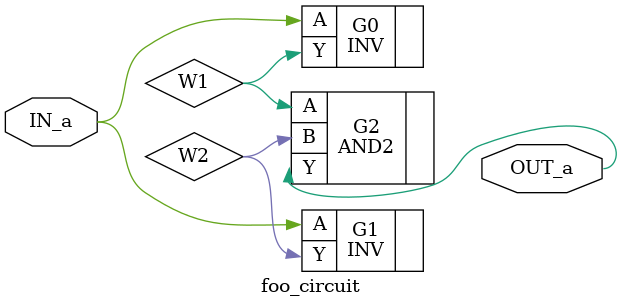
<source format=v>
module foo_circuit (
    IN_a, OUT_a );
  input  IN_a;
  output OUT_a;
  wire W1, W2;
  
  INV   G0(.A(IN_a), .Y(W1));
  INV   G1(.A(IN_a), .Y(W2));  
  AND2  G2(.A(W1), .B(W2), .Y(OUT_a));

endmodule
</source>
